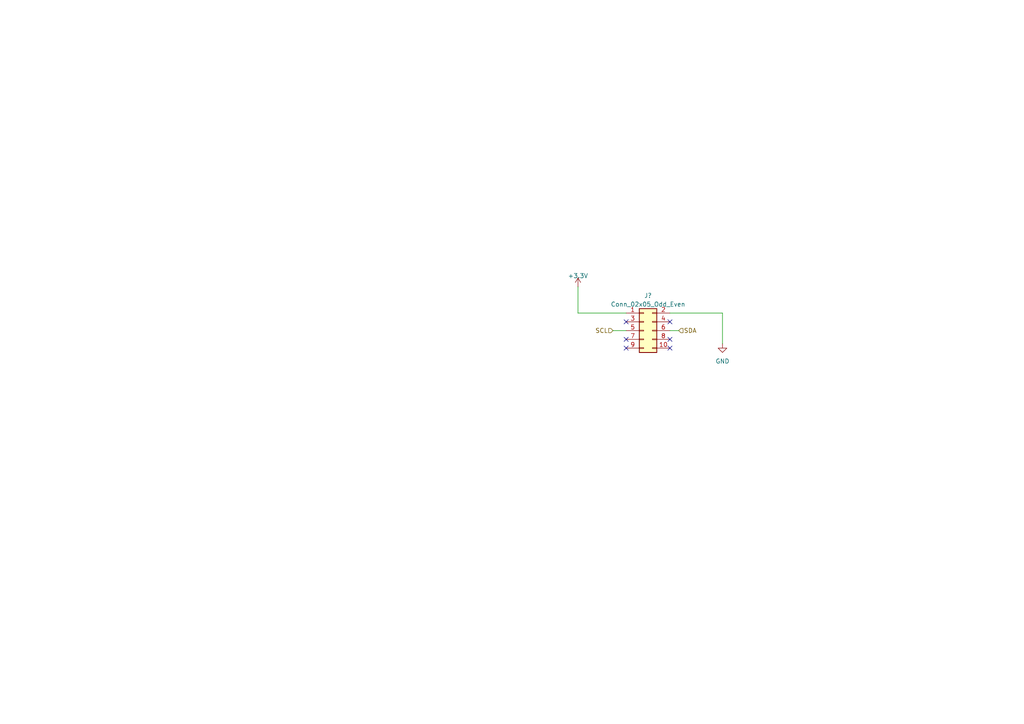
<source format=kicad_sch>
(kicad_sch (version 20230121) (generator eeschema)
  (paper "A4")
  (lib_symbols
    (symbol "Connector_Generic:Conn_02x05_Odd_Even" (pin_names (offset 1.016) hide)
      (property "Reference" "J" (at 1.27 7.62 0))
      (property "Value" "Conn_02x05_Odd_Even" (at 1.27 -7.62 0))
      (symbol "Conn_02x05_Odd_Even_1_1"
        (rectangle (start -1.27 -4.953) (end 0 -5.207) (stroke (width 0.1524)))
        (rectangle (start -1.27 -2.413) (end 0 -2.667) (stroke (width 0.1524)))
        (rectangle (start -1.27 0.127) (end 0 -0.127) (stroke (width 0.1524)))
        (rectangle (start -1.27 2.667) (end 0 2.413) (stroke (width 0.1524)))
        (rectangle (start -1.27 5.207) (end 0 4.953) (stroke (width 0.1524)))
        (rectangle (start -1.27 6.35) (end 3.81 -6.35) (stroke (width 0.254)) (fill (type background)))
        (rectangle (start 3.81 -4.953) (end 2.54 -5.207) (stroke (width 0.1524)))
        (rectangle (start 3.81 -2.413) (end 2.54 -2.667) (stroke (width 0.1524)))
        (rectangle (start 3.81 0.127) (end 2.54 -0.127) (stroke (width 0.1524)))
        (rectangle (start 3.81 2.667) (end 2.54 2.413) (stroke (width 0.1524)))
        (rectangle (start 3.81 5.207) (end 2.54 4.953) (stroke (width 0.1524)))
        (pin passive line (at -5.08 5.08 0) (length 3.81) (name "Pin_1") (number "1"))
        (pin passive line (at 7.62 -5.08 180) (length 3.81) (name "Pin_10") (number "10"))
        (pin passive line (at 7.62 5.08 180) (length 3.81) (name "Pin_2") (number "2"))
        (pin passive line (at -5.08 2.54 0) (length 3.81) (name "Pin_3") (number "3"))
        (pin passive line (at 7.62 2.54 180) (length 3.81) (name "Pin_4") (number "4"))
        (pin passive line (at -5.08 0 0) (length 3.81) (name "Pin_5") (number "5"))
        (pin passive line (at 7.62 0 180) (length 3.81) (name "Pin_6") (number "6"))
        (pin passive line (at -5.08 -2.54 0) (length 3.81) (name "Pin_7") (number "7"))
        (pin passive line (at 7.62 -2.54 180) (length 3.81) (name "Pin_8") (number "8"))
        (pin passive line (at -5.08 -5.08 0) (length 3.81) (name "Pin_9") (number "9"))
      )
    )
    (symbol "power:+3.3V" (power) (pin_names (offset 0))
      (property "Value" "+3.3V" (at 0 3.556 0))
      (symbol "+3.3V_0_1"
        (polyline (pts (xy -0.762 1.27) (xy 0 2.54)))
        (polyline (pts (xy 0 0) (xy 0 2.54)))
        (polyline (pts (xy 0 2.54) (xy 0.762 1.27)))
      )
      (symbol "+3.3V_1_1"
        (pin power_in line (at 0 0 90) (length 0) hide (name "+3.3V") (number "1"))
      )
    )
    (symbol "power:GND" (power) (pin_names (offset 0))
      (property "Value" "GND" (at 0 -3.81 0))
      (symbol "GND_0_1"
        (polyline (pts (xy 0 0) (xy 0 -1.27) (xy 1.27 -1.27) (xy 0 -2.54) (xy -1.27 -1.27) (xy 0 -1.27)))
      )
      (symbol "GND_1_1"
        (pin power_in line (at 0 0 270) (length 0) hide (name "GND") (number "1"))
      )
    )
  )
  (no_connect (at 194.31 98.425))
  (no_connect (at 194.31 100.965))
  (no_connect (at 181.61 100.965))
  (no_connect (at 181.61 98.425))
  (no_connect (at 194.31 93.345))
  (no_connect (at 181.61 93.345))
  (wire (pts (xy 196.85 95.885) (xy 194.31 95.885)))
  (wire (pts (xy 209.55 90.805) (xy 209.55 99.695)))
  (wire (pts (xy 167.64 83.185) (xy 167.64 90.805)))
  (wire (pts (xy 194.31 90.805) (xy 209.55 90.805)))
  (wire (pts (xy 167.64 90.805) (xy 181.61 90.805)))
  (wire (pts (xy 177.8 95.885) (xy 181.61 95.885)))
  (hierarchical_label "SCL" (shape input) (at 177.8 95.885 180))
  (hierarchical_label "SDA" (shape input) (at 196.85 95.885 0))
  (symbol (lib_id "Connector_Generic:Conn_02x05_Odd_Even") (at 186.69 95.885 0) (unit 1)
    (property "Reference" "J?" (at 187.96 85.725 0))
    (property "Value" "Conn_02x05_Odd_Even" (at 187.96 88.265 0))
    (property "Footprint" "Connector_PinSocket_2.54mm:PinSocket_2x05_P2.54mm_Vertical" (effects hide))
    (instances (project "PLC-CIM" (path "" (reference "J?") (unit 1)) (path "" (reference "J11") (unit 1))))
  )
  (symbol (lib_id "power:GND") (at 209.55 99.695 0) (unit 1)
    (property "Reference" "#PWR0280" (effects hide))
    (property "Value" "GND" (at 209.55 104.775 0))
  )
  (symbol (lib_id "power:+3.3V") (at 167.64 83.185 0) (unit 1)
    (property "Reference" "#PWR0281" (effects hide))
    (property "Value" "+3.3V" (at 167.64 80.01 0))
  )
)
</source>
